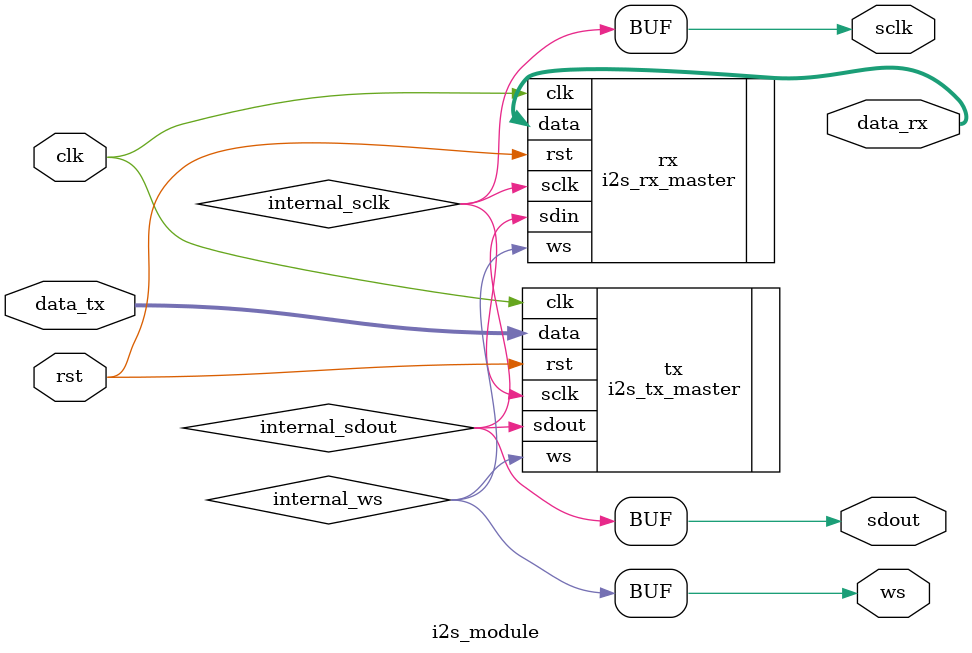
<source format=v>
`timescale 1ns / 1ps

//module i2s_module (
//    input wire clk,          // System clock
//    input wire rst,          // System reset
//    input wire [31:0] data_tx,  // 32-bit Data for TX
//    input wire sdin,         // Serial data input for RX
//    output wire sclk,        // Serial clock
//    output wire ws,          // Word select (start of frame)
//    output wire sdout,       // Serial data output from TX
//    output wire [31:0] data_rx  // 32-bit Data from RX
//);

//    wire internal_sclk;
//    wire internal_ws;
//    wire internal_sdout;

//    // I2S Transmitter Instance
//    i2s_tx_master tx (
//        .clk(clk),
//        .rst(rst),
//        .data(data_tx),
//        .sclk(internal_sclk),
//        .ws(internal_ws),
//        .sdout(internal_sdout)
//    );

//    // I2S Receiver Instance
//    i2s_rx_master rx (
//        .clk(clk),
//        .rst(rst),
//        .ws(internal_ws),
//        .sclk(internal_sclk),
//        .sdin(sdin),
//        .data(data_rx),
//        .sdout()
//    );

//    // Output assignments
//    assign sclk = internal_sclk;
//    assign ws = internal_ws;
//    assign sdout = internal_sdout;

//endmodule

module i2s_module (
    input wire clk,          // System clock
    input wire rst,          // System reset
    input wire [31:0] data_tx,  // 32-bit Data for TX
    output wire sclk,        // Serial clock
    output wire ws,          // Word select (start of frame)
    output wire sdout,       // Serial data output from TX
    output wire [31:0] data_rx  // 32-bit Data from RX
);

    wire internal_sclk;
    wire internal_ws;
    wire internal_sdout;

    // I2S Transmitter Instance
    i2s_tx_master tx (
        .clk(clk),
        .rst(rst),
        .data(data_tx),
        .sclk(internal_sclk),
        .ws(internal_ws),
        .sdout(internal_sdout)
    );

    // I2S Receiver Instance
    i2s_rx_master rx (
        .clk(clk),
        .rst(rst),
        .ws(internal_ws),
        .sclk(internal_sclk),
        .sdin(internal_sdout), // Internal loopback
        .data(data_rx)
    );

    // Output assignments
    assign sclk = internal_sclk;
    assign ws = internal_ws;
    assign sdout = internal_sdout;

endmodule


</source>
